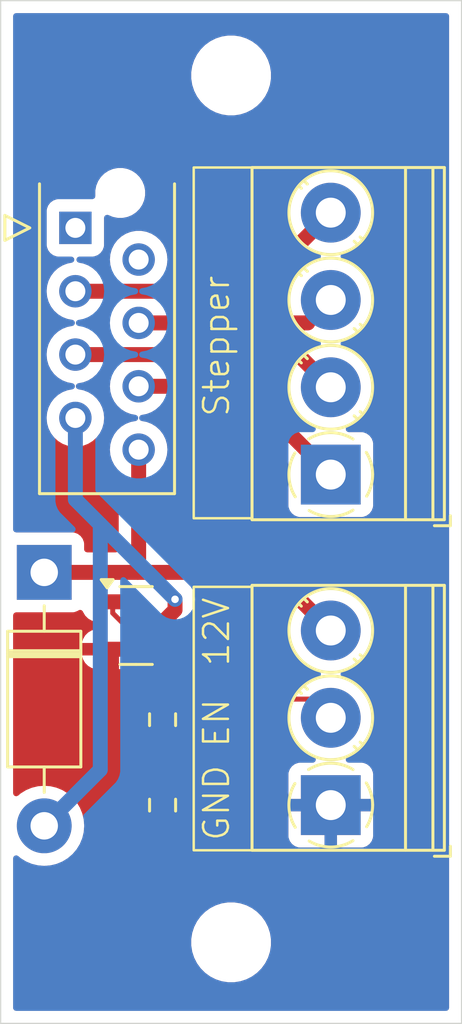
<source format=kicad_pcb>
(kicad_pcb (version 20240108) (generator "pcbnew") (generator_version "8.0")
  (layers (0 "F.Cu" signal) (31 "B.Cu" signal) (34 "B.Paste" user) (35 "F.Paste" user) (36 "B.SilkS" user "B.Silkscreen") (37 "F.SilkS" user "F.Silkscreen") (38 "B.Mask" user) (39 "F.Mask" user) (44 "Edge.Cuts" user))
  (net 0 "")
  (net 1 "PEN+")
  (net 2 "PEN-")
  (net 3 "A")
  (net 4 "B")
  (net 6 "Y")
  (net 7 "X")
  (net 9 "GND")
  (net 10 "PEN_EN")
  (net 11 "Net-(Q1-G)")
  (footprint "MountingHole:MountingHole_2.7mm_M2.5" (layer "F.Cu") (at 175.5 113.5)
    (property "Reference" "REF**" (hide yes))
    (property "Value" "MountingHole_2.7mm_M2.5" (hide yes))
    (pad "" np_thru_hole circle (at 0 0) (size 2.7 2.7) (drill 2.7) (layers "*.Cu" "*.Mask"))
  )
  (footprint "MountingHole:MountingHole_2.7mm_M2.5" (layer "F.Cu") (at 175.5 78.75)
    (property "Reference" "REF**" (hide yes))
    (property "Value" "MountingHole_2.7mm_M2.5" (hide yes))
    (pad "" np_thru_hole circle (at 0 0) (size 2.7 2.7) (drill 2.7) (layers "*.Cu" "*.Mask"))
  )
  (footprint "TerminalBlock_Phoenix:TerminalBlock_Phoenix_PT-1,5-3-3.5-H_1x03_P3.50mm_Horizontal" (layer "F.Cu") (at 179.5 108 90)
    (property "Reference" "J3" (hide yes))
    (property "Value" "Conn_01x03_Pin" (hide yes))
    (fp_line (start 8.81 -3.16) (end 8.81 4.56) (stroke (width 0.12)) (layer "F.SilkS"))
    (fp_line (start -1.81 -3.16) (end 8.81 -3.16) (stroke (width 0.12)) (layer "F.SilkS"))
    (fp_line (start -1.81 -3.16) (end -1.81 4.56) (stroke (width 0.12)) (layer "F.SilkS"))
    (fp_line (start 8.07 -1.275) (end 7.976 -1.181) (stroke (width 0.12)) (layer "F.SilkS"))
    (fp_line (start 4.57 -1.275) (end 4.476 -1.181) (stroke (width 0.12)) (layer "F.SilkS"))
    (fp_line (start 8.275 -1.069) (end 8.146 -0.941) (stroke (width 0.12)) (layer "F.SilkS"))
    (fp_line (start 4.775 -1.069) (end 4.646 -0.941) (stroke (width 0.12)) (layer "F.SilkS"))
    (fp_line (start 5.855 0.941) (end 5.726 1.069) (stroke (width 0.12)) (layer "F.SilkS"))
    (fp_line (start 2.355 0.941) (end 2.226 1.069) (stroke (width 0.12)) (layer "F.SilkS"))
    (fp_line (start 6.025 1.181) (end 5.931 1.274) (stroke (width 0.12)) (layer "F.SilkS"))
    (fp_line (start 2.525 1.181) (end 2.431 1.274) (stroke (width 0.12)) (layer "F.SilkS"))
    (fp_line (start -1.81 3) (end 8.81 3) (stroke (width 0.12)) (layer "F.SilkS"))
    (fp_line (start -1.81 4.1) (end 8.81 4.1) (stroke (width 0.12)) (layer "F.SilkS"))
    (fp_line (start -2.05 4.16) (end -2.05 4.8) (stroke (width 0.12)) (layer "F.SilkS"))
    (fp_line (start -1.81 4.56) (end 8.81 4.56) (stroke (width 0.12)) (layer "F.SilkS"))
    (fp_line (start -2.05 4.8) (end -1.65 4.8) (stroke (width 0.12)) (layer "F.SilkS"))
    (fp_arc (start -0.889894 -1.425358) (mid -0.014012 -1.680286) (end 0.866 -1.44) (stroke (width 0.12)) (layer "F.SilkS"))
    (fp_arc (start 1.425504 -0.890193) (mid 1.680626 0.000476) (end 1.425 0.891) (stroke (width 0.12)) (layer "F.SilkS"))
    (fp_arc (start -1.425358 0.889894) (mid -1.680286 0.014012) (end -1.44 -0.866) (stroke (width 0.12)) (layer "F.SilkS"))
    (fp_arc (start 0.890264 1.424721) (mid 0.463071 1.61492) (end 0 1.68) (stroke (width 0.12)) (layer "F.SilkS"))
    (fp_arc (start 0.028674 1.680099) (mid -0.435535 1.622918) (end -0.866 1.44) (stroke (width 0.12)) (layer "F.SilkS"))
    (fp_circle (center 7 0) (end 8.68 0) (stroke (width 0.12)) (fill none) (layer "F.SilkS"))
    (fp_circle (center 3.5 0) (end 5.18 0) (stroke (width 0.12)) (fill none) (layer "F.SilkS"))
    (pad "1" thru_hole rect (at 0 0 90) (size 2.4 2.4) (drill 1.2) (layers "*.Cu" "*.Mask") (net 9 "GND"))
    (pad "2" thru_hole circle (at 3.5 0 90) (size 2.4 2.4) (drill 1.2) (layers "*.Cu" "*.Mask") (net 10 "PEN_EN"))
    (pad "3" thru_hole circle (at 7 0 90) (size 2.4 2.4) (drill 1.2) (layers "*.Cu" "*.Mask") (net 1 "PEN+"))
  )
  (footprint "Package_TO_SOT_SMD:SOT-23" (layer "F.Cu") (at 171.6875 100.8)
    (property "Reference" "Q1" (hide yes))
    (property "Value" "AO3400A" (hide yes))
    (fp_line (start 0 -1.56) (end -0.65 -1.56) (stroke (width 0.12)) (layer "F.SilkS"))
    (fp_line (start 0 -1.56) (end 0.65 -1.56) (stroke (width 0.12)) (layer "F.SilkS"))
    (fp_line (start 0 1.56) (end -0.65 1.56) (stroke (width 0.12)) (layer "F.SilkS"))
    (fp_line (start 0 1.56) (end 0.65 1.56) (stroke (width 0.12)) (layer "F.SilkS"))
    (fp_poly (pts (xy -1.1625 -1.51) (xy -1.4025 -1.84) (xy -0.9225 -1.84) (xy -1.1625 -1.51)) (stroke (width 0.12)) (fill solid) (layer "F.SilkS"))
    (pad "1" smd roundrect (at -0.9375 -0.95) (size 1.475 0.6) (layers "F.Cu" "F.Paste" "F.Mask") (net 11 "Net-(Q1-G)"))
    (pad "2" smd roundrect (at -0.9375 0.95) (size 1.475 0.6) (layers "F.Cu" "F.Paste" "F.Mask") (net 9 "GND"))
    (pad "3" smd roundrect (at 0.9375 0) (size 1.475 0.6) (layers "F.Cu" "F.Paste" "F.Mask") (net 2 "PEN-"))
  )
  (footprint "Resistor_SMD:R_0603_1608Metric" (layer "F.Cu") (at 172.75 104.575 -90)
    (property "Reference" "R1" (hide yes))
    (property "Value" "220")
    (fp_line (start -0.237258 0.5225) (end 0.237258 0.5225) (stroke (width 0.12)) (layer "F.SilkS"))
    (fp_line (start -0.237258 -0.5225) (end 0.237258 -0.5225) (stroke (width 0.12)) (layer "F.SilkS"))
    (pad "1" smd roundrect (at -0.825 0 270) (size 0.8 0.95) (layers "F.Cu" "F.Paste" "F.Mask") (net 10 "PEN_EN"))
    (pad "2" smd roundrect (at 0.825 0 270) (size 0.8 0.95) (layers "F.Cu" "F.Paste" "F.Mask") (net 11 "Net-(Q1-G)"))
  )
  (footprint "Connector_TE-Connectivity:TE_Micro-MaTch_215079-8_2x04_P1.27mm_Vertical" (layer "F.Cu") (at 169.25 84.86)
    (property "Reference" "J1" (hide yes))
    (property "Value" "Conn_01x08_Pin" (hide yes))
    (fp_line (start -2.83 -0.5) (end -1.83 0) (stroke (width 0.12)) (layer "F.SilkS"))
    (fp_line (start -2.83 0.5) (end -2.83 -0.5) (stroke (width 0.12)) (layer "F.SilkS"))
    (fp_line (start -1.83 0) (end -2.83 0.5) (stroke (width 0.12)) (layer "F.SilkS"))
    (fp_line (start -1.44 -1.765) (end -1.44 10.655) (stroke (width 0.12)) (layer "F.SilkS"))
    (fp_line (start -1.44 10.655) (end 3.98 10.655) (stroke (width 0.12)) (layer "F.SilkS"))
    (fp_line (start 3.98 10.655) (end 3.98 -1.765) (stroke (width 0.12)) (layer "F.SilkS"))
    (pad "" np_thru_hole circle (at 1.8 -1.4) (size 1.5 1.5) (drill 1.5) (layers "*.Cu" "*.Mask"))
    (pad "1" thru_hole rect (at 0 0) (size 1.3 1.3) (drill 0.8) (layers "*.Cu" "*.Mask"))
    (pad "2" thru_hole circle (at 2.54 1.27) (size 1.3 1.3) (drill 0.8) (layers "*.Cu" "*.Mask"))
    (pad "3" thru_hole circle (at 0 2.54) (size 1.3 1.3) (drill 0.8) (layers "*.Cu" "*.Mask") (net 3 "A"))
    (pad "4" thru_hole circle (at 2.54 3.81) (size 1.3 1.3) (drill 0.8) (layers "*.Cu" "*.Mask") (net 4 "B"))
    (pad "5" thru_hole circle (at 0 5.08) (size 1.3 1.3) (drill 0.8) (layers "*.Cu" "*.Mask") (net 7 "X"))
    (pad "6" thru_hole circle (at 2.54 6.35) (size 1.3 1.3) (drill 0.8) (layers "*.Cu" "*.Mask") (net 6 "Y"))
    (pad "7" thru_hole circle (at 0 7.62) (size 1.3 1.3) (drill 0.8) (layers "*.Cu" "*.Mask") (net 2 "PEN-"))
    (pad "8" thru_hole circle (at 2.54 8.89) (size 1.3 1.3) (drill 0.8) (layers "*.Cu" "*.Mask") (net 1 "PEN+"))
  )
  (footprint "TerminalBlock_Phoenix:TerminalBlock_Phoenix_PT-1,5-4-3.5-H_1x04_P3.50mm_Horizontal" (layer "F.Cu") (at 179.5 94.75 90)
    (property "Reference" "J2" (hide yes))
    (property "Value" "Conn_01x04_Pin" (hide yes))
    (fp_line (start 12.31 -3.16) (end 12.31 4.56) (stroke (width 0.12)) (layer "F.SilkS"))
    (fp_line (start -1.81 -3.16) (end 12.31 -3.16) (stroke (width 0.12)) (layer "F.SilkS"))
    (fp_line (start -1.81 -3.16) (end -1.81 4.56) (stroke (width 0.12)) (layer "F.SilkS"))
    (fp_line (start 11.57 -1.275) (end 11.476 -1.181) (stroke (width 0.12)) (layer "F.SilkS"))
    (fp_line (start 8.07 -1.275) (end 7.976 -1.181) (stroke (width 0.12)) (layer "F.SilkS"))
    (fp_line (start 4.57 -1.275) (end 4.476 -1.181) (stroke (width 0.12)) (layer "F.SilkS"))
    (fp_line (start 11.775 -1.069) (end 11.646 -0.941) (stroke (width 0.12)) (layer "F.SilkS"))
    (fp_line (start 8.275 -1.069) (end 8.146 -0.941) (stroke (width 0.12)) (layer "F.SilkS"))
    (fp_line (start 4.775 -1.069) (end 4.646 -0.941) (stroke (width 0.12)) (layer "F.SilkS"))
    (fp_line (start 9.355 0.941) (end 9.226 1.069) (stroke (width 0.12)) (layer "F.SilkS"))
    (fp_line (start 5.855 0.941) (end 5.726 1.069) (stroke (width 0.12)) (layer "F.SilkS"))
    (fp_line (start 2.355 0.941) (end 2.226 1.069) (stroke (width 0.12)) (layer "F.SilkS"))
    (fp_line (start 9.525 1.181) (end 9.431 1.274) (stroke (width 0.12)) (layer "F.SilkS"))
    (fp_line (start 6.025 1.181) (end 5.931 1.274) (stroke (width 0.12)) (layer "F.SilkS"))
    (fp_line (start 2.525 1.181) (end 2.431 1.274) (stroke (width 0.12)) (layer "F.SilkS"))
    (fp_line (start -1.81 3) (end 12.31 3) (stroke (width 0.12)) (layer "F.SilkS"))
    (fp_line (start -1.81 4.1) (end 12.31 4.1) (stroke (width 0.12)) (layer "F.SilkS"))
    (fp_line (start -2.05 4.16) (end -2.05 4.8) (stroke (width 0.12)) (layer "F.SilkS"))
    (fp_line (start -1.81 4.56) (end 12.31 4.56) (stroke (width 0.12)) (layer "F.SilkS"))
    (fp_line (start -2.05 4.8) (end -1.65 4.8) (stroke (width 0.12)) (layer "F.SilkS"))
    (fp_arc (start -0.889894 -1.425358) (mid -0.014012 -1.680286) (end 0.866 -1.44) (stroke (width 0.12)) (layer "F.SilkS"))
    (fp_arc (start 1.425504 -0.890193) (mid 1.680626 0.000476) (end 1.425 0.891) (stroke (width 0.12)) (layer "F.SilkS"))
    (fp_arc (start -1.425358 0.889894) (mid -1.680286 0.014012) (end -1.44 -0.866) (stroke (width 0.12)) (layer "F.SilkS"))
    (fp_arc (start 0.890264 1.424721) (mid 0.463071 1.61492) (end 0 1.68) (stroke (width 0.12)) (layer "F.SilkS"))
    (fp_arc (start 0.028674 1.680099) (mid -0.435535 1.622918) (end -0.866 1.44) (stroke (width 0.12)) (layer "F.SilkS"))
    (fp_circle (center 10.5 0) (end 12.18 0) (stroke (width 0.12)) (fill none) (layer "F.SilkS"))
    (fp_circle (center 7 0) (end 8.68 0) (stroke (width 0.12)) (fill none) (layer "F.SilkS"))
    (fp_circle (center 3.5 0) (end 5.18 0) (stroke (width 0.12)) (fill none) (layer "F.SilkS"))
    (pad "1" thru_hole rect (at 0 0 90) (size 2.4 2.4) (drill 1.2) (layers "*.Cu" "*.Mask") (net 6 "Y"))
    (pad "2" thru_hole circle (at 3.5 0 90) (size 2.4 2.4) (drill 1.2) (layers "*.Cu" "*.Mask") (net 7 "X"))
    (pad "3" thru_hole circle (at 7 0 90) (size 2.4 2.4) (drill 1.2) (layers "*.Cu" "*.Mask") (net 4 "B"))
    (pad "4" thru_hole circle (at 10.5 0 90) (size 2.4 2.4) (drill 1.2) (layers "*.Cu" "*.Mask") (net 3 "A"))
  )
  (footprint "Resistor_SMD:R_0603_1608Metric" (layer "F.Cu") (at 172.75 108 -90)
    (property "Reference" "R2" (hide yes))
    (property "Value" "10k")
    (fp_line (start -0.237258 0.5225) (end 0.237258 0.5225) (stroke (width 0.12)) (layer "F.SilkS"))
    (fp_line (start -0.237258 -0.5225) (end 0.237258 -0.5225) (stroke (width 0.12)) (layer "F.SilkS"))
    (pad "1" smd roundrect (at -0.825 0 270) (size 0.8 0.95) (layers "F.Cu" "F.Paste" "F.Mask") (net 11 "Net-(Q1-G)"))
    (pad "2" smd roundrect (at 0.825 0 270) (size 0.8 0.95) (layers "F.Cu" "F.Paste" "F.Mask") (net 9 "GND"))
  )
  (footprint "Diode_THT:D_DO-41_SOD81_P10.16mm_Horizontal" (layer "F.Cu") (at 168 98.67 -90)
    (property "Reference" "D1" (hide yes))
    (property "Value" "1N4007" (hide yes))
    (fp_line (start 2.36 1.47) (end 7.8 1.47) (stroke (width 0.12)) (layer "F.SilkS"))
    (fp_line (start 7.8 1.47) (end 7.8 -1.47) (stroke (width 0.12)) (layer "F.SilkS"))
    (fp_line (start 1.34 0) (end 2.36 0) (stroke (width 0.12)) (layer "F.SilkS"))
    (fp_line (start 8.82 0) (end 7.8 0) (stroke (width 0.12)) (layer "F.SilkS"))
    (fp_line (start 2.36 -1.47) (end 2.36 1.47) (stroke (width 0.12)) (layer "F.SilkS"))
    (fp_line (start 3.14 -1.47) (end 3.14 1.47) (stroke (width 0.12)) (layer "F.SilkS"))
    (fp_line (start 3.26 -1.47) (end 3.26 1.47) (stroke (width 0.12)) (layer "F.SilkS"))
    (fp_line (start 3.38 -1.47) (end 3.38 1.47) (stroke (width 0.12)) (layer "F.SilkS"))
    (fp_line (start 7.8 -1.47) (end 2.36 -1.47) (stroke (width 0.12)) (layer "F.SilkS"))
    (pad "1" thru_hole rect (at 0 0 270) (size 2.2 2.2) (drill 1.1) (layers "*.Cu" "*.Mask") (net 1 "PEN+"))
    (pad "2" thru_hole oval (at 10.16 0 270) (size 2.2 2.2) (drill 1.1) (layers "*.Cu" "*.Mask") (net 2 "PEN-"))
  )
  (gr_rect (start 174 82.44) (end 176.34 96.5) (stroke (width 0.1)) (fill none) (layer "F.SilkS"))
  (gr_rect (start 174 99.25) (end 176.34 109.81) (stroke (width 0.1)) (fill none) (layer "F.SilkS"))
  (gr_rect (start 166.25 75.75) (end 184.75 116.75) (stroke (width 0.05)) (fill none) (layer "Edge.Cuts"))
  (gr_text "GND" (at 175.5 109.5 90) (layer "F.SilkS") (effects (font (size 1 1) (thickness 0.1)) (justify left bottom)))
  (gr_text "EN" (at 175.5 105.75 90) (layer "F.SilkS") (effects (font (size 1 1) (thickness 0.1)) (justify left bottom)))
  (gr_text "12V" (at 175.5 102.5 90) (layer "F.SilkS") (effects (font (size 1 1) (thickness 0.1)) (justify left bottom)))
  (gr_text "Stepper" (at 175.5 92.5 90) (layer "F.SilkS") (effects (font (size 1 1) (thickness 0.1)) (justify left bottom)))
  (segment (start 179.5 101) (end 177.17 98.67) (width 0.6) (layer "F.Cu") (net 1))
  (segment (start 177.17 98.67) (end 171.75 98.67) (width 0.6) (layer "F.Cu") (net 1))
  (segment (start 171.79 93.75) (end 171.79 98.63) (width 0.6) (layer "F.Cu") (net 1))
  (segment (start 171.79 98.63) (end 171.75 98.67) (width 0.2) (layer "F.Cu") (net 1))
  (segment (start 171.75 98.67) (end 168 98.67) (width 0.6) (layer "F.Cu") (net 1))
  (segment (start 173.25 99.75) (end 173.25 100.175) (width 0.6) (layer "F.Cu") (net 2))
  (segment (start 173.25 100.175) (end 172.625 100.8) (width 0.6) (layer "F.Cu") (net 2))
  (via (at 173.25 99.75) (size 0.6) (drill 0.3) (layers "F.Cu" "B.Cu") (net 2))
  (segment (start 169.25 92.48) (end 169.25 95.75) (width 0.6) (layer "B.Cu") (net 2))
  (segment (start 170.25 96.75) (end 173.25 99.75) (width 0.6) (layer "B.Cu") (net 2))
  (segment (start 169.25 95.75) (end 170.25 96.75) (width 0.6) (layer "B.Cu") (net 2))
  (segment (start 168 108.83) (end 170.25 106.58) (width 0.6) (layer "B.Cu") (net 2))
  (segment (start 170.25 106.58) (end 170.25 96.75) (width 0.6) (layer "B.Cu") (net 2))
  (segment (start 179.5 84.25) (end 176.35 87.4) (width 0.6) (layer "F.Cu") (net 3))
  (segment (start 176.35 87.4) (end 169.25 87.4) (width 0.6) (layer "F.Cu") (net 3))
  (segment (start 178.58 88.67) (end 171.79 88.67) (width 0.6) (layer "F.Cu") (net 4))
  (segment (start 179.5 87.75) (end 178.58 88.67) (width 0.2) (layer "F.Cu") (net 4))
  (segment (start 171.79 91.21) (end 175.96 91.21) (width 0.6) (layer "F.Cu") (net 6))
  (segment (start 175.96 91.21) (end 179.5 94.75) (width 0.6) (layer "F.Cu") (net 6))
  (segment (start 179.5 91.25) (end 178.19 89.94) (width 0.6) (layer "F.Cu") (net 7))
  (segment (start 178.19 89.94) (end 169.25 89.94) (width 0.6) (layer "F.Cu") (net 7))
  (segment (start 172.75 103.75) (end 178.75 103.75) (width 0.2) (layer "F.Cu") (net 10))
  (segment (start 178.75 103.75) (end 179.5 104.5) (width 0.2) (layer "F.Cu") (net 10))
  (segment (start 170.75 100.303052) (end 171.975 101.528052) (width 0.2) (layer "F.Cu") (net 11))
  (segment (start 171.975 101.528052) (end 171.975 104.625) (width 0.2) (layer "F.Cu") (net 11))
  (segment (start 170.75 99.85) (end 170.75 100.303052) (width 0.2) (layer "F.Cu") (net 11))
  (segment (start 171.975 104.625) (end 172.75 105.4) (width 0.2) (layer "F.Cu") (net 11))
  (segment (start 172.75 105.4) (end 172.75 107.175) (width 0.2) (layer "F.Cu") (net 11))
  (zone (net 9) (net_name "GND") (layer "F.Cu") (priority 1) (connect_pads (clearance 0.5)) (min_thickness 0.25) (fill yes (thermal_gap 0.5) (thermal_bridge_width 0.5))
    (polygon (pts (xy 184.75 75.75) (xy 166.25 75.75) (xy 166.25 116.75) (xy 184.75 116.75)))
  )
  (zone (net 9) (net_name "GND") (layer "B.Cu") (connect_pads (clearance 0.5)) (min_thickness 0.25) (fill yes (thermal_gap 0.5) (thermal_bridge_width 0.5))
    (polygon (pts (xy 166.25 75.75) (xy 166.25 116.75) (xy 184.75 116.75) (xy 184.75 75.75)))
  )
)
</source>
